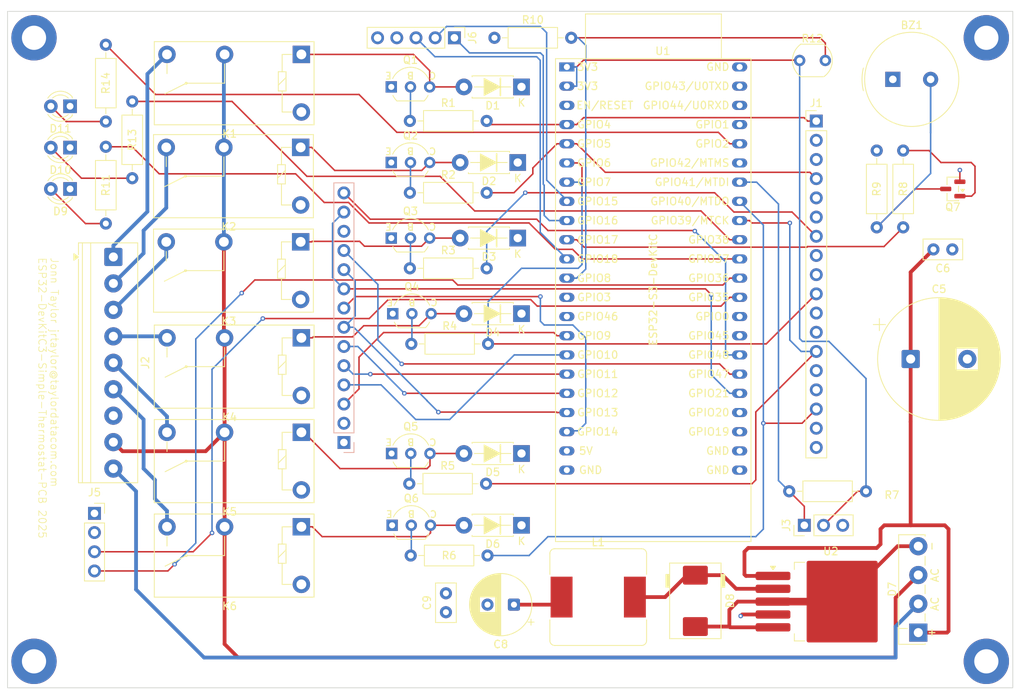
<source format=kicad_pcb>
(kicad_pcb (version 20241229) (generator "pcbnew") (generator_version "9.0")
  (layers (0 "F.Cu" signal) (4 "In1.Cu" power) (6 "In2.Cu" power) (2 "B.Cu" signal) (13 "F.Paste" user) (15 "B.Paste" user) (5 "F.SilkS" user "F.Silkscreen") (7 "B.SilkS" user "B.Silkscreen") (1 "F.Mask" user) (3 "B.Mask" user) (25 "Edge.Cuts" user))
  (net 0 "")
  (net 1 "GND")
  (net 2 "+5V")
  (net 3 "3.3V")
  (net 4 "MOSI_23")
  (net 5 "Net-(D7-+)")
  (net 6 "Net-(D1-A)")
  (net 7 "Net-(D2-A)")
  (net 8 "Net-(D3-A)")
  (net 9 "Net-(D4-A)")
  (net 10 "Net-(D5-A)")
  (net 11 "Net-(D6-A)")
  (net 12 "VAC-R")
  (net 13 "VAC-C")
  (net 14 "Net-(D8-K)")
  (net 16 "W2")
  (net 17 "W")
  (net 18 "PUMP")
  (net 19 "Y")
  (net 20 "G")
  (net 21 "Y2")
  (net 23 "Net-(Q1-B)")
  (net 24 "Net-(Q2-B)")
  (net 25 "Net-(Q3-B)")
  (net 26 "Net-(Q4-B)")
  (net 27 "Net-(Q5-B)")
  (net 28 "Net-(Q6-B)")
  (net 29 "Net-(BZ1-+)")
  (net 30 "Net-(D9-Pad2)")
  (net 31 "Net-(D10-Pad2)")
  (net 32 "Net-(D11-Pad2)")
  (net 33 "COOL_Y_6")
  (net 34 "FAN_G_4")
  (net 35 "HEAT{slash}REV_W2_7")
  (net 36 "COOL-STAGE2_Y2_39")
  (net 37 "HEAT_W_5")
  (net 38 "PUMP_40")
  (net 39 "DS18B20_41")
  (net 40 "MOSI_12")
  (net 41 "TOUCH_IRQ")
  (net 42 "DC_11")
  (net 43 "MISO_21")
  (net 44 "CS_9")
  (net 45 "SCK_13")
  (net 46 "TFT_LED")
  (net 47 "SCL")
  (net 48 "SDA")
  (net 49 "Net-(Q7-G)")
  (net 50 "BUZZER")
  (net 51 "LIGHT_SENS")
  (net 52 "LED_FAN")
  (net 53 "LED_HEAT")
  (net 54 "LED_COOL")
  (net 63 "TFT_REST")
  (net 64 "T_CS_47")
  (net 65 "LD_RX")
  (net 66 "LD_TX")
  (net 67 "MOTION")
  (footprint "Resistor_THT:R_Axial_DIN0207_L6.3mm_D2.5mm_P10.16mm_Horizontal" (layer "F.Cu") (at 34.5 56.08 90)
    (property "Reference" "R11")
    (property "Value" "1k")
  )
  (footprint "Connector_PinHeader_2.54mm:PinHeader_1x05_P2.54mm_Vertical" (layer "F.Cu") (at 80.62 31.5 -90)
    (property "Reference" "J6")
    (property "Value" "LD2410C")
  )
  (footprint "PCM_SL_Mechanical:MountingHole_3.2mm_Pad" (layer "F.Cu") (at 151 114)
    (property "Reference" "H3" (hide yes))
    (property "Value" "MountingHole_M3_3.2mm_Pad" (hide yes))
  )
  (footprint "Resistor_THT:R_Axial_DIN0207_L6.3mm_D2.5mm_P10.16mm_Horizontal" (layer "F.Cu") (at 85.92 31.5)
    (property "Reference" "R10")
    (property "Value" "10k")
  )
  (footprint "Relay_THT:Relay_SPST_Omron-G5Q-1A" (layer "F.Cu") (at 60.375 33.7 180)
    (property "Reference" "K1")
    (property "Value" "G5Q-1A")
  )
  (footprint "PCM_Package_TO_SOT_THT_AKL:TO-92_Inline_Wide_EBC" (layer "F.Cu") (at 72.27 58)
    (property "Reference" "Q3")
    (property "Value" "2N2222A-TO92" (hide yes))
  )
  (footprint "OptoDevice:R_LDR_5.1x4.3mm_P3.4mm_Vertical" (layer "F.Cu") (at 126.3 34.5)
    (property "Reference" "R12")
    (property "Value" "LDR07")
  )
  (footprint "Resistor_THT:R_Axial_DIN0207_L6.3mm_D2.5mm_P10.16mm_Horizontal" (layer "F.Cu") (at 140 56.58 90)
    (property "Reference" "R8")
    (property "Value" "1k")
  )
  (footprint "LED_THT:LED_D3.0mm" (layer "F.Cu") (at 29.77 46.03 180)
    (property "Reference" "D10")
    (property "Value" "HEAT")
  )
  (footprint "Package_TO_SOT_SMD:SOT-23" (layer "F.Cu") (at 146.5625 51.5 180)
    (property "Reference" "Q7")
    (property "Value" "2N7002")
  )
  (footprint "Relay_THT:Relay_SPST_Omron-G5Q-1A" (layer "F.Cu") (at 60.375 96.2 180)
    (property "Reference" "K6")
    (property "Value" "G5Q-1A")
  )
  (footprint "TerminalBlock_Phoenix:TerminalBlock_Phoenix_PT-1,5-9-3.5-H_1x09_P3.50mm_Horizontal" (layer "F.Cu") (at 35.5 60.5 -90)
    (property "Reference" "J2")
    (property "Value" "Screw_Terminal_9_P3.50mm" (hide yes))
  )
  (footprint "PCM_Diode_THT_AKL:D_DO-41_SOD81_P7.62mm_Horizontal" (layer "F.Cu") (at 89.5 68 180)
    (property "Reference" "D4")
    (property "Value" "1N4007" (hide yes))
  )
  (footprint "Connector_PinHeader_2.54mm:PinHeader_1x18_P2.54mm_Vertical" (layer "F.Cu") (at 128.5 42.52)
    (property "Reference" "J1")
    (property "Value" "PINHD_1x18_Male" (hide yes))
  )
  (footprint "PCM_SL_Mechanical:MountingHole_3.2mm_Pad" (layer "F.Cu") (at 25 114)
    (property "Reference" "H2" (hide yes))
    (property "Value" "MountingHole_M3_3.2mm_Pad" (hide yes))
  )
  (footprint "LED_THT:LED_D3.0mm" (layer "F.Cu") (at 29.77 40.56 180)
    (property "Reference" "D11")
    (property "Value" "COOL")
  )
  (footprint "Capacitor_THT:C_Disc_D5.0mm_W2.5mm_P2.50mm" (layer "F.Cu") (at 146.5 59.5 180)
    (property "Reference" "C6")
    (property "Value" "100nF_Ceramic")
  )
  (footprint "Resistor_THT:R_Axial_DIN0207_L6.3mm_D2.5mm_P10.16mm_Horizontal" (layer "F.Cu") (at 38 50.08 90)
    (property "Reference" "R13")
    (property "Value" "1k")
  )
  (footprint "Resistor_THT:R_Axial_DIN0207_L6.3mm_D2.5mm_P10.16mm_Horizontal" (layer "F.Cu") (at 124.92 91.5)
    (property "Reference" "R7")
    (property "Value" "4.7k")
  )
  (footprint "PCM_Package_TO_SOT_THT_AKL:TO-92_Inline_Wide_EBC" (layer "F.Cu") (at 72.46 68)
    (property "Reference" "Q4")
    (property "Value" "2N2222A-TO92" (hide yes))
  )
  (footprint "PCM_Diode_THT_AKL:D_DO-41_SOD81_P7.62mm_Horizontal" (layer "F.Cu") (at 89 58 180)
    (property "Reference" "D3")
    (property "Value" "1N4007" (hide yes))
  )
  (footprint "MountingHole:MountingHole_2.7mm_M2.5" (layer "F.Cu") (at 67 93 180)
    (property "Reference" "H6" (hide yes))
    (property "Value" "MountingHole" (hide yes))
  )
  (footprint "PCM_Diode_THT_AKL:D_DO-41_SOD81_P7.62mm_Horizontal" (layer "F.Cu") (at 89 48 180)
    (property "Reference" "D2")
    (property "Value" "1N4007" (hide yes))
  )
  (footprint "PCM_Package_TO_SOT_THT_AKL:TO-92_Inline_Wide_EBC" (layer "F.Cu") (at 72.31 86.5)
    (property "Reference" "Q5")
    (property "Value" "2N2222A-TO92" (hide yes))
  )
  (footprint "Relay_THT:Relay_SPST_Omron-G5Q-1A" (layer "F.Cu") (at 60.375 83.7 180)
    (property "Reference" "K5")
    (property "Value" "G5Q-1A")
  )
  (footprint "Resistor_THT:R_Axial_DIN0207_L6.3mm_D2.5mm_P10.16mm_Horizontal" (layer "F.Cu") (at 74.73 42.5)
    (property "Reference" "R1")
    (property "Value" "4.7k")
  )
  (footprint "MountingHole:MountingHole_2.7mm_M2.5" (layer "F.Cu") (at 67 44.1 180)
    (property "Reference" "H7" (hide yes))
    (property "Value" "MountingHole" (hide yes))
  )
  (footprint "PCM_Diode_THT_AKL:D_DO-41_SOD81_P7.62mm_Horizontal" (layer "F.Cu") (at 89.5 86.5 180)
    (property "Reference" "D5")
    (property "Value" "1N4007" (hide yes))
  )
  (footprint "Buzzer_Beeper:Buzzer_TDK_PS1240P02BT_D12.2mm_H6.5mm" (layer "F.Cu") (at 138.6292 37)
    (property "Reference" "BZ1")
    (property "Value" "Buzzer")
  )
  (footprint "Relay_THT:Relay_SPST_Omron-G5Q-1A" (layer "F.Cu") (at 60.28 46 180)
    (property "Reference" "K2")
    (property "Value" "G5Q-1A")
  )
  (footprint "Resistor_THT:R_Axial_DIN0207_L6.3mm_D2.5mm_P10.16mm_Horizontal" (layer "F.Cu") (at 74.84 100)
    (property "Reference" "R6")
    (property "Value" "4.7k" (hide yes))
  )
  (footprint "PCM_SL_Mechanical:MountingHole_3.2mm_Pad" (layer "F.Cu") (at 25 31.5)
    (property "Reference" "H1" (hide yes))
    (property "Value" "MountingHole_M3_3.2mm_Pad" (hide yes))
  )
  (footprint "Resistor_THT:R_Axial_DIN0207_L6.3mm_D2.5mm_P10.16mm_Horizontal" (layer "F.Cu") (at 74.65 90.5)
    (property "Reference" "R5")
    (property "Value" "4.7k")
  )
  (footprint "Resistor_THT:R_Axial_DIN0207_L6.3mm_D2.5mm_P10.16mm_Horizontal" (layer "F.Cu") (at 74.73 62)
    (property "Reference" "R3")
    (property "Value" "4.7k")
  )
  (footprint "Capacitor_THT:CP_Radial_D8.0mm_P3.50mm" (layer "F.Cu") (at 88.5 106.5 180)
    (property "Reference" "C8")
    (property "Value" "470uF_10V" (hide yes))
  )
  (footprint "PCM_Diode_THT_AKL:Diode_Bridge_KBP" (layer "F.Cu") (at 142 110.2 90)
    (property "Reference" "D7")
    (property "Value" "KBP210G" (hide yes))
  )
  (footprint "PCM_Espressif:ESP32-S3-DevKitC" (layer "F.Cu") (at 95.5 35.36)
    (property "Reference" "U1")
    (property "Value" "ESP32-S3-DevKitC")
  )
  (footprint "Package_TO_SOT_SMD:TO-263-5_TabPin3" (layer "F.Cu") (at 130.425 106.1)
    (property "Reference" "U2")
    (property "Value" "LM2596S-5" (hide yes))
  )
  (footprint "PCM_Package_TO_SOT_THT_AKL:TO-92_Inline_Wide_EBC" (layer "F.Cu") (at 72.27 38)
    (property "Reference" "Q1")
    (property "Value" "2N2222A-TO92" (hide yes))
  )
  (footprint "PCM_Diode_THT_AKL:D_DO-41_SOD81_P7.62mm_Horizontal" (layer "F.Cu") (at 89.5 38 180)
    (property "Reference" "D1")
    (property "Value" "1N4007" (hide yes))
  )
  (footprint "PCM_Package_TO_SOT_THT_AKL:TO-92_Inline_Wide_EBC" (layer "F.Cu") (at 72.38 96)
    (property "Reference" "Q6")
    (property "Value" "2N2222A-TO92" (hide yes))
  )
  (footprint "Connector_PinHeader_2.54mm:PinHeader_1x03_P2.54mm_Vertical" (layer "F.Cu") (at 126.92 96 90)
    (property "Reference" "J3")
    (property "Value" "DS18B20")
  )
  (footprint "Resistor_THT:R_Axial_DIN0207_L6.3mm_D2.5mm_P10.16mm_Horizontal" (layer "F.Cu") (at 136.5 56.58 90)
    (property "Reference" "R9")
    (property "Value" "10k")
  )
  (footprint "PCM_Diode_THT_AKL:D_DO-41_SOD81_P7.62mm_Horizontal" (layer "F.Cu") (at 89.5 96 180)
    (property "Reference" "D6")
    (property "Value" "1N4007" (hide yes))
  )
  (footprint "Resistor_THT:R_Axial_DIN0207_L6.3mm_D2.5mm_P10.16mm_Horizontal" (layer "F.Cu") (at 34.5 42.58 90)
    (property "Reference" "R14")
    (property "Value" "1k")
  )
  (footprint "Resistor_THT:R_Axial_DIN0207_L6.3mm_D2.5mm_P10.16mm_Horizontal" (layer "F.Cu") (at 74.73 52)
    (property "Reference" "R2")
    (property "Value" "4.7k")
  )
  (footprint "Connector_PinSocket_2.54mm:PinSocket_1x04_P2.54mm_Vertical" (layer "F.Cu") (at 33 94.42)
    (property "Reference" "J5")
    (property "Value" "AHT20 Board")
  )
  (footprint "Relay_THT:Relay_SPST_Omron-G5Q-1A" (layer "F.Cu") (at 60.375 71.2 180)
    (property "Reference" "K4")
    (property "Value" "G5Q-1A")
  )
  (footprint "Relay_THT:Relay_SPST_Omron-G5Q-1A" (layer "F.Cu") (at 60.28 58.5 180)
    (property "Reference" "K3")
    (property "Value" "G5Q-1A")
  )
  (footprint "MountingHole:MountingHole_2.7mm_M2.5" (layer "F.Cu") (at 150.11 93 180)
    (property "Reference" "H5" (hide yes))
    (property "Value" "MountingHole" (hide yes))
  )
  (footprint "Capacitor_THT:C_Disc_D5.0mm_W2.5mm_P2.50mm" (layer "F.Cu") (at 79.5 107.5 90)
    (property "Reference" "C9")
    (property "Value" "100nF_Ceramic" (hide yes))
  )
  (footprint "PCM_Package_TO_SOT_THT_AKL:TO-92_Inline_Wide_EBC" (layer "F.Cu") (at 72.27 48)
    (property "Reference" "Q2")
    (property "Value" "2N2222A-TO92" (hide yes))
  )
  (footprint "PCM_Diode_SMD_AKL:D_SMC" (layer "F.Cu") (at 112.5 106 -90)
    (property "Reference" "D8")
    (property "Value" "SS34" (hide yes))
  )
  (footprint "PCM_SL_Mechanical:MountingHole_3.2mm_Pad" (layer "F.Cu") (at 151 31.5)
    (property "Reference" "H4" (hide yes))
    (property "Value" "MountingHole_M3_3.2mm_Pad" (hide yes))
  )
  (footprint "Resistor_THT:R_Axial_DIN0207_L6.3mm_D2.5mm_P10.16mm_Horizontal" (layer "F.Cu") (at 74.92 72)
    (property "Reference" "R4")
    (property "Value" "4.7k")
  )
  (footprint "MountingHole:MountingHole_2.7mm_M2.5" (layer "F.Cu") (at 150.11 44.1 180)
    (property "Reference" "H8" (hide yes))
    (property "Value" "MountingHole" (hide yes))
  )
  (footprint "Inductor_SMD:L_Bourns_SRR1260" (layer "F.Cu") (at 99.65 105.5)
    (property "Reference" "L1")
    (property "Value" "12uH_5.2A_1260" (hide yes))
  )
  (footprint "Capacitor_THT:CP_Radial_D16.0mm_P7.50mm" (layer "F.Cu") (at 140.9872 74)
    (property "Reference" "C5")
    (property "Value" "1000uF_50V")
  )
  (footprint "LED_THT:LED_D3.0mm" (layer "F.Cu") (at 29.77 51.5 180)
    (property "Reference" "D9")
    (property "Value" "FAN")
  )
  (footprint "Connector_PinSocket_2.54mm:PinSocket_1x14_P2.54mm_Vertical" (layer "B.Cu") (at 66 85.04)
    (property "Reference" "J4" (hide yes))
    (property "Value" "3.2 lcd tft")
  )
  (gr_circle (center 25.5 113.918861) (end 24 113.418861) (stroke (width 0.1)) (fill no) (layer "F.Cu"))
  (gr_circle (center 151 31.918861) (end 149.5 31.418861) (stroke (width 0.1)) (fill no) (layer "F.Cu"))
  (gr_circle (center 151.5 113.918861) (end 150 113.418861) (stroke (width 0.1)) (fill no) (layer "F.Cu"))
  (gr_circle (center 24.918861 31.5) (end 23.418861 31) (stroke (width 0.1)) (fill no) (layer "F.Cu"))
  (gr_rect (start 21.5 28) (end 154.5 117.5) (stroke (width 0.1)) (fill no) (layer "Edge.Cuts"))
  (gr_text "Jonn Taylor jrtaylor@taylordatacom.com \nESP32-DevKitC3-Simple-Thermostat-PCB 2025" (at 25.5 60.5 270) (layer "F.SilkS") (effects (font (size 1 1) (thickness 0.1)) (justify left bottom)))
  (segment (start 118.1 106.1) (end 122.775 106.1) (width 0.5) (layer "F.Cu") (net 1))
  (segment (start 117 107.2) (end 118.1 106.1) (width 0.5) (layer "F.Cu") (net 1))
  (segment (start 117 109.4) (end 112.5 109.4) (width 0.5) (layer "F.Cu") (net 1))
  (segment (start 142 98.77) (end 139.255 98.77) (width 0.5) (layer "F.Cu") (net 1))
  (segment (start 117 109.4) (end 117.1 109.5) (width 0.2) (layer "F.Cu") (net 1))
  (segment (start 147.5 50.55) (end 147.5 49) (width 0.2) (layer "F.Cu") (net 1))
  (segment (start 117.1 109.5) (end 122.775 109.5) (width 0.5) (layer "F.Cu") (net 1))
  (segment (start 122.775 106.1) (end 131.925 106.1) (width 1) (layer "F.Cu") (net 1))
  (segment (start 139.255 98.77) (end 131.925 106.1) (width 0.5) (layer "F.Cu") (net 1))
  (segment (start 117 109.4) (end 117 107.2) (width 0.5) (layer "F.Cu") (net 1))
  (via (at 147.5 49) (size 0.6) (drill 0.3) (layers "F.Cu" "B.Cu") (net 1))
  (segment (start 88.5 106.5) (end 93.8 106.5) (width 0.5) (layer "F.Cu") (net 2))
  (segment (start 93.8 106.5) (end 94.8 105.5) (width 0.2) (layer "F.Cu") (net 2))
  (segment (start 118.7 107.8) (end 118.5 108) (width 0.2) (layer "F.Cu") (net 2))
  (segment (start 122.775 107.8) (end 118.7 107.8) (width 0.5) (layer "F.Cu") (net 2))
  (via (at 118.5 108) (size 0.6) (drill 0.3) (layers "F.Cu" "B.Cu") (net 2))
  (segment (start 133.96 91.5) (end 135.08 91.5) (width 0.2) (layer "F.Cu") (net 3))
  (segment (start 129.46 96) (end 133.96 91.5) (width 0.2) (layer "F.Cu") (net 3))
  (segment (start 97.7034 34.4583) (end 96.8017 35.36) (width 0.2) (layer "F.Cu") (net 3))
  (segment (start 126.3 34.5) (end 126.2583 34.4583) (width 0.2) (layer "F.Cu") (net 3))
  (segment (start 95.5 35.36) (end 96.8017 35.36) (width 0.2) (layer "F.Cu") (net 3))
  (segment (start 126.2583 34.4583) (end 97.7034 34.4583) (width 0.2) (layer "F.Cu") (net 3))
  (segment (start 95.5 37.9) (end 96.8017 37.9) (width 0.2) (layer "B.Cu") (net 3))
  (segment (start 135.08 91.5) (end 135.08 76.58) (width 0.2) (layer "B.Cu") (net 3))
  (segment (start 135.08 76.58) (end 130.1667 71.6667) (width 0.2) (layer "B.Cu") (net 3))
  (segment (start 96.8017 35.36) (end 96.8017 37.9) (width 0.2) (layer "B.Cu") (net 3))
  (segment (start 126.6667 71.6667) (end 126.3 71.3) (width 0.2) (layer "B.Cu") (net 3))
  (segment (start 130.1667 71.6667) (end 126.6667 71.6667) (width 0.2) (layer "B.Cu") (net 3))
  (segment (start 126.3 71.3) (end 126.3 34.5) (width 0.2) (layer "B.Cu") (net 3))
  (segment (start 95.5 35.36) (end 96.8017 35.36) (width 0.2) (layer "B.Cu") (net 3))
  (segment (start 119.2 102.7) (end 122.775 102.7) (width 0.5) (layer "F.Cu") (net 5))
  (segment (start 119 99.5) (end 119 102.5) (width 0.5) (layer "F.Cu") (net 5))
  (segment (start 145.8 110.2) (end 146 110) (width 0.5) (layer "F.Cu") (net 5))
  (segment (start 137 96.5) (end 137 98.5) (width 0.5) (layer "F.Cu") (net 5))
  (segment (start 140.987 82.3) (end 140.987 95.9872) (width 0.5) (layer "F.Cu") (net 5))
  (segment (start 146 110) (end 146 96.5) (width 0.5) (layer "F.Cu") (net 5))
  (segment (start 119 102.5) (end 119.2 102.7) (width 0.5) (layer "F.Cu") (net 5))
  (segment (start 119.5 99) (end 119 99.5) (width 0.5) (layer "F.Cu") (net 5))
  (segment (start 140.987 95.9872) (end 141 96) (width 0.2) (layer "F.Cu") (net 5))
  (segment (start 146 96.5) (end 145.5 96) (width 0.5) (layer "F.Cu") (net 5))
  (segment (start 141 96) (end 137.5 96) (width 0.5) (layer "F.Cu") (net 5))
  (segment (start 144 59.5) (end 140.987 62.5128) (width 0.5) (layer "F.Cu") (net 5))
  (segment (start 137 98.5) (end 136.5 99) (width 0.5) (layer "F.Cu") (net 5))
  (segment (start 140.9872 82.2998) (end 140.9872 74) (width 0.2) (layer "F.Cu") (net 5))
  (segment (start 136.5 99) (end 119.5 99) (width 0.5) (layer "F.Cu") (net 5))
  (segment (start 145.5 96) (end 141 96) (width 0.5) (layer "F.Cu") (net 5))
  (segment (start 137.5 96) (end 137 96.5) (width 0.5) (layer "F.Cu") (net 5))
  (segment (start 142 110.2) (end 145.8 110.2) (width 0.5) (layer "F.Cu") (net 5))
  (segment (start 140.987 82.3) (end 140.9872 82.2998) (width 0.2) (layer "F.Cu") (net 5))
  (segment (start 140.987 62.5128) (end 140.987 82.3) (width 0.5) (layer "F.Cu") (net 5))
  (segment (start 77.35 36) (end 77.35 38) (width 0.2) (layer "F.Cu") (net 6))
  (segment (start 60.375 33.7) (end 75.2 33.7) (width 0.2) (layer "F.Cu") (net 6))
  (segment (start 75.2 33.7) (end 77.35 35.85) (width 0.2) (layer "F.Cu") (net 6))
  (segment (start 77.35 35.85) (end 77.35 36) (width 0.2) (layer "F.Cu") (net 6))
  (segment (start 81.88 38) (end 77.35 38) (width 0.2) (layer "F.Cu") (net 6))
  (segment (start 77.35 48) (end 76.2983 49.0517) (width 0.2) (layer "F.Cu") (net 7))
  (segment (start 76.2983 49.0517) (end 64.7834 49.0517) (width 0.2) (layer "F.Cu") (net 7))
  (segment (start 60.28 46) (end 61.7317 46) (width 0.2) (layer "F.Cu") (net 7))
  (segment (start 64.7834 49.0517) (end 61.7317 46) (width 0.2) (layer "F.Cu") (net 7))
  (segment (start 77.85 48) (end 81.38 48) (width 0.2) (layer "F.Cu") (net 7))
  (segment (start 76.2742 59.0758) (end 68.7217 59.0758) (width 0.2) (layer "F.Cu") (net 8))
  (segment (start 68.0809 58.435) (end 61.7967 58.435) (width 0.2) (layer "F.Cu") (net 8))
  (segment (start 81.38 58) (end 77.35 58) (width 0.2) (layer "F.Cu") (net 8))
  (segment (start 68.7217 59.0758) (end 68.0809 58.435) (width 0.2) (layer "F.Cu") (net 8))
  (segment (start 61.7967 58.435) (end 61.7317 58.5) (width 0.2) (layer "F.Cu") (net 8))
  (segment (start 77.35 58) (end 76.2742 59.0758) (width 0.2) (layer "F.Cu") (net 8))
  (segment (start 60.28 58.5) (end 61.7317 58.5) (width 0.2) (layer "F.Cu") (net 8))
  (segment (start 61.9567 71.07) (end 67.1502 71.07) (width 0.2) (layer "F.Cu") (net 9))
  (segment (start 75.9473 69.5927) (end 77.54 68) (width 0.2) (layer "F.Cu") (net 9))
  (segment (start 68.6275 69.5927) (end 75.9473 69.5927) (width 0.2) (layer "F.Cu") (net 9))
  (segment (start 60.375 71.2) (end 61.8267 71.2) (width 0.2) (layer "F.Cu") (net 9))
  (segment (start 81.88 68) (end 77.54 68) (width 0.2) (layer "F.Cu") (net 9))
  (segment (start 61.8267 71.2) (end 61.9567 71.07) (width 0.2) (layer "F.Cu") (net 9))
  (segment (start 67.1502 71.07) (end 68.6275 69.5927) (width 0.2) (layer "F.Cu") (net 9))
  (segment (start 81.88 86.5) (end 77.39 86.5) (width 0.2) (layer "F.Cu") (net 10))
  (segment (start 77.39 88.11) (end 77.39 86.5) (width 0.2) (layer "F.Cu") (net 10))
  (segment (start 60.7 83.7) (end 60.375 83.7) (width 0.2) (layer "F.Cu") (net 10))
  (segment (start 65.5 88.5) (end 60.7 83.7) (width 0.2) (layer "F.Cu") (net 10))
  (segment (start 77 88.5) (end 65.5 88.5) (width 0.2) (layer "F.Cu") (net 10))
  (segment (start 77 88.5) (end 77.39 88.11) (width 0.2) (layer "F.Cu") (net 10))
  (segment (start 81.88 96) (end 77.46 96) (width 0.2) (layer "F.Cu") (net 11))
  (segment (start 77.46 97) (end 77.46 96) (width 0.2) (layer "F.Cu") (net 11))
  (segment (start 76.96 97.5) (end 77.46 97) (width 0.2) (layer "F.Cu") (net 11))
  (segment (start 60.375 96.2) (end 61.8267 96.2) (width 0.2) (layer "F.Cu") (net 11))
  (segment (start 63.1267 97.5) (end 76.96 97.5) (width 0.2) (layer "F.Cu") (net 11))
  (segment (start 61.8267 96.2) (end 63.1267 97.5) (width 0.2) (layer "F.Cu") (net 11))
  (segment (start 139 109.39) (end 142 106.39) (width 0.5) (layer "B.Cu") (net 12))
  (segment (start 47.5 113.5) (end 139 113.5) (width 0.5) (layer "B.Cu") (net 12))
  (segment (start 38.5 91.5) (end 38.5 104.5) (width 0.5) (layer "B.Cu") (net 12))
  (segment (start 35.5 88.5) (end 38.5 91.5) (width 0.5) (layer "B.Cu") (net 12))
  (segment (start 139 113.5) (end 139 109.39) (width 0.5) (layer "B.Cu") (net 12))
  (segment (start 38.5 104.5) (end 47.5 113.5) (width 0.5) (layer "B.Cu") (net 12))
  (segment (start 52 113.5) (end 139 113.5) (width 0.5) (layer "F.Cu") (net 13))
  (segment (start 50.215 96.2) (end 50.215 83.7) (width 0.5) (layer "F.Cu") (net 13))
  (segment (start 139 113.5) (end 139 105.58) (width 0.5) (layer "F.Cu") (net 13))
  (segment (start 50.215 70.215) (end 50.12 70.12) (width 0.5) (layer "F.Cu") (net 13))
  (segment (start 35.5 85) (end 36.7 86.2) (width 0.5) (layer "F.Cu") (net 13))
  (segment (start 50.215 71.2) (end 50.215 70.215) (width 0.5) (layer "F.Cu") (net 13))
  (segment (start 139 105.58) (end 142 102.58) (width 0.5) (layer "F.Cu") (net 13))
  (segment (start 50.215 83.7) (end 50.215 71.2) (width 0.5) (layer "F.Cu") (net 13))
  (segment (start 36.7 86.2) (end 47.715 86.2) (width 0.5) (layer "F.Cu") (net 13))
  (segment (start 50.215 96.2) (end 50.215 111.715) (width 0.5) (layer "F.Cu") (net 13))
  (segment (start 50.215 111.715) (end 52 113.5) (width 0.5) (layer "F.Cu") (net 13))
  (segment (start 47.715 86.2) (end 50.215 83.7) (width 0.5) (layer "F.Cu") (net 13))
  (segment (start 50.12 70.12) (end 50.12 58.5) (width 0.5) (layer "F.Cu") (net 13))
  (segment (start 50.12 58.5) (end 50.12 46) (width 0.5) (layer "B.Cu") (net 13))
  (segment (start 50.12 46) (end 50.12 33.795) (width 0.5) (layer "B.Cu") (net 13))
  (segment (start 50.12 33.795) (end 50.215 33.7) (width 0.5) (layer "B.Cu") (net 13))
  (segment (start 122.775 104.4) (end 117.9 104.4) (width 0.5) (layer "F.Cu") (net 14))
  (segment (start 108.5 105.5) (end 104.5 105.5) (width 0.5) (layer "F.Cu") (net 14))
  (segment (start 116.1 102.6) (end 112.5 102.6) (width 0.5) (layer "F.Cu") (net 14))
  (segment (start 112.5 102.6) (end 111.4 102.6) (width 0.2) (layer "F.Cu") (net 14))
  (segment (start 111.4 102.6) (end 108.5 105.5) (width 0.5) (layer "F.Cu") (net 14))
  (segment (start 117.9 104.4) (end 116.1 102.6) (width 0.5) (layer "F.Cu") (net 14))
  (segment (start 42.395 71) (end 42.595 71.2) (width 0.5) (layer "F.Cu") (net 16))
  (segment (start 35.5 71) (end 42.395 71) (width 0.5) (layer "B.Cu") (net 16))
  (segment (start 35.5 64) (end 39.5 60) (width 0.5) (layer "B.Cu") (net 17))
  (segment (start 42.5 54) (end 42.5 46) (width 0.5) (layer "B.Cu") (net 17))
  (segment (start 39.5 57) (end 42.5 54) (width 0.5) (layer "B.Cu") (net 17))
  (segment (start 39.5 60) (end 39.5 57) (width 0.5) (layer "B.Cu") (net 17))
  (segment (start 35.5 78) (end 39.5 82) (width 0.5) (layer "B.Cu") (net 18))
  (segment (start 39.5 82) (end 39.5 88.5) (width 0.5) (layer "B.Cu") (net 18))
  (segment (start 41 92.5) (end 42.595 94.095) (width 0.5) (layer "B.Cu") (net 18))
  (segment (start 39.5 88.5) (end 41 90) (width 0.5) (layer "B.Cu") (net 18))
  (segment (start 42.595 94.095) (end 42.595 96.2) (width 0.5) (layer "B.Cu") (net 18))
  (segment (start 41 90) (end 41 92.5) (width 0.5) (layer "B.Cu") (net 18))
  (segment (start 35.5 67.5) (end 42.5 60.5) (width 0.5) (layer "B.Cu") (net 19))
  (segment (start 42.5 60.5) (end 42.5 58.5) (width 0.5) (layer "B.Cu") (net 19))
  (segment (start 35.5 59) (end 40 54.5) (width 0.5) (layer "B.Cu") (net 20))
  (segment (start 35.5 60.5) (end 35.5 59) (width 0.5) (layer "B.Cu") (net 20))
  (segment (start 40 36.295) (end 42.595 33.7) (width 0.5) (layer "B.Cu") (net 20))
  (segment (start 40 54.5) (end 40 36.295) (width 0.5) (layer "B.Cu") (net 20))
  (segment (start 42.595 81.595) (end 42.595 83.7) (width 0.5) (layer "B.Cu") (net 21))
  (segment (start 35.5 74.5) (end 42.595 81.595) (width 0.5) (layer "B.Cu") (net 21))
  (segment (start 74.81 42.42) (end 74.73 42.5) (width 0.2) (layer "B.Cu") (net 23))
  (segment (start 74.81 38) (end 74.81 42.42) (width 0.2) (layer "B.Cu") (net 23))
  (segment (start 74.81 51.92) (end 74.81 48) (width 0.2) (layer "B.Cu") (net 24))
  (segment (start 74.73 52) (end 74.81 51.92) (width 0.2) (layer "B.Cu") (net 24))
  (segment (start 74.81 61.92) (end 74.81 58) (width 0.2) (layer "B.Cu") (net 25))
  (segment (start 74.73 62) (end 74.81 61.92) (width 0.2) (layer "B.Cu") (net 25))
  (segment (start 74.92 72) (end 75 71.92) (width 0.2) (layer "B.Cu") (net 26))
  (segment (start 75 71.92) (end 75 68) (width 0.2) (layer "B.Cu") (net 26))
  (segment (start 74.85 90.3) (end 74.85 86.5) (width 0.2) (layer "B.Cu") (net 27))
  (segment (start 74.65 90.5) (end 74.85 90.3) (width 0.2) (layer "B.Cu") (net 27))
  (segment (start 74.92 99.92) (end 74.92 96) (width 0.2) (layer "B.Cu") (net 28))
  (segment (start 74.84 100) (end 74.92 99.92) (width 0.2) (layer "B.Cu") (net 28))
  (segment (start 145.625 51.5) (end 141.58 51.5) (width 0.2) (layer "F.Cu") (net 29))
  (segment (start 141.58 51.5) (end 136.5 56.58) (width 0.2) (layer "F.Cu") (net 29))
  (segment (start 143.629 44.0638) (end 143.629 49.4508) (width 0.2) (layer "B.Cu") (net 29))
  (segment (start 143.6292 37) (end 143.6292 44.0636) (width 0.2) (layer "B.Cu") (net 29))
  (segment (start 143.629 49.4508) (end 136.5 56.58) (width 0.2) (layer "B.Cu") (net 29))
  (segment (start 143.629 37) (end 143.629 44.0638) (width 0.2) (layer "B.Cu") (net 29))
  (segment (start 143.6292 44.0636) (end 143.629 44.0638) (width 0.2) (layer "B.Cu") (net 29))
  (segment (start 27.23 51.5) (end 31.81 56.08) (width 0.2) (layer "F.Cu") (net 30))
  (segment (start 31.81 56.08) (end 34.5 56.08) (width 0.2) (layer "F.Cu") (net 30))
  (segment (start 31.28 50.08) (end 27.23 46.03) (width 0.2) (layer "F.Cu") (net 31))
  (segment (start 38 50.08) (end 31.28 50.08) (width 0.2) (layer "F.Cu") (net 31))
  (segment (start 29.25 42.58) (end 27.23 40.56) (width 0.2) (layer "F.Cu") (net 32))
  (segment (start 34.5 42.58) (end 29.25 42.58) (width 0.2) (layer "F.Cu") (net 32))
  (segment (start 97.5 52) (end 97.5 48.5) (width 0.2) (layer "F.Cu") (net 33))
  (segment (start 90 52) (end 115.05 52) (width 0.2) (layer "F.Cu") (net 33))
  (segment (start 97.06 48.06) (end 95.5 48.06) (width 0.2) (layer "F.Cu") (net 33))
  (segment (start 125.2915 54.5515) (end 128.5 57.76) (width 0.2) (layer "F.Cu") (net 33))
  (segment (start 97.5 48.5) (end 97.06 48.06) (width 0.2) (layer "F.Cu") (net 33))
  (segment (start 117.6015 54.5515) (end 125.2915 54.5515) (width 0.2) (layer "F.Cu") (net 33))
  (segment (start 115.05 52) (end 117.6015 54.5515) (width 0.2) (layer "F.Cu") (net 33))
  (via (at 90 52) (size 0.6) (drill 0.3) (layers "F.Cu" "B.Cu") (net 33))
  (segment (start 84.89 57.11) (end 84.89 62) (width 0.2) (layer "B.Cu") (net 33))
  (segment (start 90 52) (end 84.89 57.11) (width 0.2) (layer "B.Cu") (net 33))
  (segment (start 95.5 42.98) (end 96.8017 42.98) (width 0.2) (layer "F.Cu") (net 34))
  (segment (start 97.7172 42.0645) (end 96.8017 42.98) (width 0.2) (layer "F.Cu") (net 34))
  (segment (start 126.8928 42.0645) (end 97.7172 42.0645) (width 0.2) (layer "F.Cu") (net 34))
  (segment (start 95.5 42.98) (end 85.37 42.98) (width 0.2) (layer "F.Cu") (net 34))
  (segment (start 85.37 42.98) (end 84.89 42.5) (width 0.2) (layer "F.Cu") (net 34))
  (segment (start 128.5 42.52) (end 127.3483 42.52) (width 0.2) (layer "F.Cu") (net 34))
  (segment (start 127.3483 42.52) (end 126.8928 42.0645) (width 0.2) (layer "F.Cu") (net 34))
  (segment (start 128.5 65.38) (end 121.88 72) (width 0.2) (layer "F.Cu") (net 35))
  (segment (start 121.88 72) (end 85.08 72) (width 0.2) (layer "F.Cu") (net 35))
  (segment (start 97.5 61.5) (end 97 62) (width 0.2) (layer "B.Cu") (net 35))
  (segment (start 85.08 66.42) (end 85.08 72) (width 0.2) (layer "B.Cu") (net 35))
  (segment (start 97.5 51) (end 97.5 61.5) (width 0.2) (layer "B.Cu") (net 35))
  (segment (start 97 62) (end 89.5 62) (width 0.2) (layer "B.Cu") (net 35))
  (segment (start 89.5 62) (end 85.08 66.42) (width 0.2) (layer "B.Cu") (net 35))
  (segment (start 97.1 50.6) (end 97.5 51) (width 0.2) (layer "B.Cu") (net 35))
  (segment (start 95.5 50.6) (end 97.1 50.6) (width 0.2) (layer "B.Cu") (net 35))
  (segment (start 84.81 90.5) (end 120 90.5) (width 0.2) (layer "F.Cu") (net 36))
  (segment (start 119.9817 56) (end 119.6617 55.68) (width 0.2) (layer "F.Cu") (net 36))
  (segment (start 125 56) (end 119.9817 56) (width 0.2) (layer "F.Cu") (net 36))
  (segment (start 120.5 81) (end 128.5 73) (width 0.2) (layer "F.Cu") (net 36))
  (segment (start 119.6617 55.68) (end 118.36 55.68) (width 0.2) (layer "F.Cu") (net 36))
  (segment (start 120 90.5) (end 120.5 90) (width 0.2) (layer "F.Cu") (net 36))
  (segment (start 120.5 90) (end 120.5 81) (width 0.2) (layer "F.Cu") (net 36))
  (via (at 125 56) (size 0.6) (drill 0.3) (layers "F.Cu" "B.Cu") (net 36))
  (segment (start 125 71.5) (end 126.5 73) (width 0.2) (layer "B.Cu") (net 36))
  (segment (start 126.5 73) (end 128.5 73) (width 0.2) (layer "B.Cu") (net 36))
  (segment (start 125 56) (end 125 71.5) (width 0.2) (layer "B.Cu") (net 36))
  (segment (start 128.5 50.14) (end 127.6581 49.2981) (width 0.2) (layer "F.Cu") (net 37))
  (segment (start 88.5 52) (end 91 49.5) (width 0.2) (layer "F.Cu") (net 37))
  (segment (start 91 48.7183) (end 94.1983 45.52) (width 0.2) (layer "F.Cu") (net 37))
  (segment (start 91 49.5) (end 91 48.7183) (width 0.2) (layer "F.Cu") (net 37))
  (segment (start 127.6581 49.2981) (end 100.5798 49.2981) (width 0.2) (layer "F.Cu") (net 37))
  (segment (start 84.89 52) (end 88.5 52) (width 0.2) (layer "F.Cu") (net 37))
  (segment (start 95.5 45.52) (end 96.8017 45.52) (width 0.2) (layer "F.Cu") (net 37))
  (segment (start 94.1983 45.52) (end 95.5 45.52) (width 0.2) (layer "F.Cu") (net 37))
  (segment (start 100.5798 49.2981) (end 96.8017 45.52) (width 0.2) (layer "F.Cu") (net 37))
  (segment (start 126.62 82.5) (end 128.5 80.62) (width 0.2) (layer "F.Cu") (net 38))
  (segment (start 121.5 82.5) (end 126.62 82.5) (width 0.2) (layer "F.Cu") (net 38))
  (via (at 121.5 82.5) (size 0.6) (drill 0.3) (layers "F.Cu" "B.Cu") (net 38))
  (segment (start 120.5 97.5) (end 93 97.5) (width 0.2) (layer "B.Cu") (net 38))
  (segment (start 121.5 96.5) (end 120.5 97.5) (width 0.2) (layer "B.Cu") (net 38))
  (segment (start 121.5 56.28) (end 121.5 82.5) (width 0.2) (layer "B.Cu") (net 38))
  (segment (start 118.36 53.14) (end 121.5 56.28) (width 0.2) (layer "B.Cu") (net 38))
  (segment (start 93 97.5) (end 90.5 100) (width 0.2) (layer "B.Cu") (net 38))
  (segment (start 121.5 82.5) (end 121.5 96.5) (width 0.2) (layer "B.Cu") (net 38))
  (segment (start 90.5 100) (end 85 100) (width 0.2) (layer "B.Cu") (net 38))
  (segment (start 126.92 93.5) (end 124.92 91.5) (width 0.2) (layer "F.Cu") (net 39))
  (segment (start 126.92 96) (end 126.92 93.5) (width 0.2) (layer "F.Cu") (net 39))
  (segment (start 123.5 53.5) (end 123.5 90.08) (width 0.2) (layer "B.Cu") (net 39))
  (segment (start 123.5 90.08) (end 124.92 91.5) (width 0.2) (layer "B.Cu") (net 39))
  (segment (start 120.6 50.6) (end 123.5 53.5) (width 0.2) (layer "B.Cu") (net 39))
  (segment (start 118.36 50.6) (end 120.6 50.6) (width 0.2) (layer "B.Cu") (net 39))
  (segment (start 74 78.54) (end 95.5 78.54) (width 0.2) (layer "F.Cu") (net 40))
  (via (at 74 78.54) (size 0.6) (drill 0.3) (layers "F.Cu" "B.Cu") (net 40))
  (segment (start 74 78.54) (end 71.5 76.04) (width 0.2) (layer "B.Cu") (net 40))
  (segment (start 67.84 72.34) (end 66 72.34) (width 0.2) (layer "B.Cu") (net 40))
  (segment (start 71.5 76.04) (end 71.5 76) (width 0.2) (layer "B.Cu") (net 40))
  (segment (start 71.5 76) (end 67.84 72.34) (width 0.2) (layer "B.Cu") (net 40))
  (segment (start 112.43 57.07) (end 112.36 57) (width 0.2) (layer "F.Cu") (net 41))
  (segment (start 93 57) (end 91.5 55.5) (width 0.2) (layer "F.Cu") (net 41))
  (segment (start 112.36 57) (end 93 57) (width 0.2) (layer "F.Cu") (net 41))
  (segment (start 69.48 55.5) (end 66 52.02) (width 0.2) (layer "F.Cu") (net 41))
  (segment (start 91.5 55.5) (end 69.48 55.5) (width 0.2) (layer "F.Cu") (net 41))
  (via (at 112.43 57.07) (size 0.6) (drill 0.3) (layers "F.Cu" "B.Cu") (net 41))
  (segment (start 112.43 57.07) (end 116.5 61.14) (width 0.2) (layer "B.Cu") (net 41))
  (segment (start 116.5 61.14) (end 116.5 73.46) (width 0.2) (layer "B.Cu") (net 41))
  (segment (start 116.5 73.46) (end 118.36 73.46) (width 0.2) (layer "B.Cu") (net 41))
  (segment (start 69.5 76) (end 95.5 76) (width 0.2) (layer "F.Cu") (net 42))
  (via (at 69.5 76) (size 0.6) (drill 0.3) (layers "F.Cu" "B.Cu") (net 42))
  (segment (start 67.2307 76) (end 66.1107 74.88) (width 0.2) (layer "B.Cu") (net 42))
  (segment (start 66.1107 74.88) (end 66 74.88) (width 0.2) (layer "B.Cu") (net 42))
  (segment (start 69.5 76) (end 67.2307 76) (width 0.2) (layer "B.Cu") (net 42))
  (segment (start 113.842 64.72) (end 114.6045 65.4825) (width 0.2) (layer "F.Cu") (net 43))
  (segment (start 66 64.72) (end 113.842 64.72) (width 0.2) (layer "F.Cu") (net 43))
  (via (at 114.6045 65.4825) (size 0.6) (drill 0.3) (layers "F.Cu" "B.Cu") (net 43))
  (segment (start 118.36 78.54) (end 117.0583 78.54) (width 0.2) (layer "B.Cu") (net 43))
  (segment (start 66 54.56) (end 64.5 56.06) (width 0.2) (layer "B.Cu") (net 43))
  (segment (start 64.5 63.22) (end 66 64.72) (width 0.2) (layer "B.Cu") (net 43))
  (segment (start 114.6045 76.0862) (end 117.0583 78.54) (width 0.2) (layer "B.Cu") (net 43))
  (segment (start 114.6045 65.4825) (end 114.6045 76.0862) (width 0.2) (layer "B.Cu") (net 43))
  (segment (start 64.5 56.06) (end 64.5 63.22) (width 0.2) (layer "B.Cu") (net 43))
  (segment (start 68.14 73.61) (end 68 73.75) (width 0.2) (layer "F.Cu") (net 44))
  (segment (start 93.7783 70.5) (end 71.25 70.5) (width 0.2) (layer "F.Cu") (net 44))
  (segment (start 71.25 70.5) (end 68.14 73.61) (width 0.2) (layer "F.Cu") (net 44))
  (segment (start 68 73.75) (end 68 77.96) (width 0.2) (layer "F.Cu") (net 44))
  (segment (start 95.5 70.92) (end 94.1983 70.92) (width 0.2) (layer "F.Cu") (net 44))
  (segment (start 68 77.96) (end 66 79.96) (width 0.2) (layer "F.Cu") (net 44))
  (segment (start 94.1983 70.92) (end 93.7783 70.5) (width 0.2) (layer "F.Cu") (net 44))
  (segment (start 78.5 81.0225) (end 94.1408 81.0225) (width 0.2) (layer "F.Cu") (net 45))
  (segment (start 94.1983 81.08) (end 95.5 81.08) (width 0.2) (layer "F.Cu") (net 45))
  (segment (start 94.1408 81.0225) (end 94.1983 81.08) (width 0.2) (layer "F.Cu") (net 45))
  (via (at 78.5 81.0225) (size 0.6) (drill 0.3) (layers "F.Cu" "B.Cu") (net 45))
  (segment (start 66 62.18) (end 67.5 63.68) (width 0.2) (layer "B.Cu") (net 45))
  (segment (start 67.5 63.68) (end 67.5 68.3) (width 0.2) (layer "B.Cu") (net 45))
  (segment (start 77 79.5225) (end 77 79.5) (width 0.2) (layer "B.Cu") (net 45))
  (segment (start 67.3 69.8) (end 66 69.8) (width 0.2) (layer "B.Cu") (net 45))
  (segment (start 67.5 68.3) (end 66 69.8) (width 0.2) (layer "B.Cu") (net 45))
  (segment (start 78.5 81.0225) (end 77 79.5225) (width 0.2) (layer "B.Cu") (net 45))
  (segment (start 77 79.5) (end 67.3 69.8) (width 0.2) (layer "B.Cu") (net 45))
  (segment (start 92 65.7378) (end 67.5222 65.7378) (width 0.2) (layer "F.Cu") (net 46))
  (segment (start 67.5222 65.7378) (end 66 67.26) (width 0.2) (layer "F.Cu") (net 46))
  (via (at 92 65.7378) (size 0.6) (drill 0.3) (layers "F.Cu" "B.Cu") (net 46))
  (segment (start 95.379 83.5) (end 95.4963 83.6173) (width 0.2) (layer "B.Cu") (net 46))
  (segment (start 98 71.2078) (end 98 82.5) (width 0.2) (layer "B.Cu") (net 46))
  (segment (start 92.5 69.5) (end 96.2922 69.5) (width 0.2) (layer "B.Cu") (net 46))
  (segment (start 96.2922 69.5) (end 98 71.2078) (width 0.2) (layer "B.Cu") (net 46))
  (segment (start 97 83.5) (end 95.379 83.5) (width 0.2) (layer "B.Cu") (net 46))
  (segment (start 92 65.7378) (end 92 69) (width 0.2) (layer "B.Cu") (net 46))
  (segment (start 92 69) (end 92.5 69.5) (width 0.2) (layer "B.Cu") (net 46))
  (segment (start 98 82.5) (end 97 83.5) (width 0.2) (layer "B.Cu") (net 46))
  (segment (start 117.0583 65.84) (end 118.36 65.84) (width 0.2) (layer "F.Cu") (net 47))
  (segment (start 71.8612 66.1388) (end 90.7188 66.1388) (width 0.2) (layer "F.Cu") (net 47))
  (segment (start 90.7188 66.1388) (end 91.58 67) (width 0.2) (layer "F.Cu") (net 47))
  (segment (start 48.5525 97.01) (end 46.0625 99.5) (width 0.2) (layer "F.Cu") (net 47))
  (segment (start 69.3539 68.6461) (end 71.8612 66.1388) (width 0.2) (layer "F.Cu") (net 47))
  (segment (start 91.58 67) (end 115.8983 67) (width 0.2) (layer "F.Cu") (net 47))
  (segment (start 55.2714 68.6461) (end 69.3539 68.6461) (width 0.2) (layer "F.Cu") (net 47))
  (segment (start 115.8983 67) (end 117.0583 65.84) (width 0.2) (layer "F.Cu") (net 47))
  (segment (start 46.0625 99.5) (end 33 99.5) (width 0.2) (layer "F.Cu") (net 47))
  (via (at 55.2714 68.6461) (size 0.6) (drill 0.3) (layers "F.Cu" "B.Cu") (net 47))
  (via (at 48.5525 97.01) (size 0.6) (drill 0.3) (layers "F.Cu" "B.Cu") (net 47))
  (segment (start 55.2714 68.6461) (end 48.5525 75.365) (width 0.2) (layer "B.Cu") (net 47))
  (segment (start 48.5525 75.365) (end 48.5525 97.01) (width 0.2) (layer "B.Cu") (net 47))
  (segment (start 118.36 63.3) (end 117.0583 63.3) (width 0.2) (layer "F.Cu") (net 48))
  (segment (start 116.1489 64.2094) (end 81.0589 64.2094) (width 0.2) (layer "F.Cu") (net 48))
  (segment (start 33 102.04) (end 42.715 102.04) (width 0.2) (layer "F.Cu") (net 48))
  (segment (start 42.715 102.04) (end 43.6 101.155) (width 0.2) (layer "F.Cu") (net 48))
  (segment (start 81.0589 64.2094) (end 80.3944 63.5449) (width 0.2) (layer "F.Cu") (net 48))
  (segment (start 117.0583 63.3) (end 116.1489 64.2094) (width 0.2) (layer "F.Cu") (net 48))
  (segment (start 80.3944 63.5449) (end 54.2101 63.5449) (width 0.2) (layer "F.Cu") (net 48))
  (segment (start 54.2101 63.5449) (end 52.48 65.275) (width 0.2) (layer "F.Cu") (net 48))
  (via (at 43.6 101.155) (size 0.6) (drill 0.3) (layers "F.Cu" "B.Cu") (net 48))
  (via (at 52.48 65.275) (size 0.6) (drill 0.3) (layers "F.Cu" "B.Cu") (net 48))
  (segment (start 43.6 101.155) (end 46.405 98.35) (width 0.2) (layer "B.Cu") (net 48))
  (segment (start 46.405 98.35) (end 46.405 71.35) (width 0.2) (layer "B.Cu") (net 48))
  (segment (start 46.405 71.35) (end 52.48 65.275) (width 0.2) (layer "B.Cu") (net 48))
  (segment (start 143.42 46.42) (end 140 46.42) (width 0.2) (layer "F.Cu") (net 49))
  (segment (start 149 48) (end 145 48) (width 0.2) (layer "F.Cu") (net 49))
  (segment (start 149.05 52.45) (end 149.5 52) (width 0.2) (layer "F.Cu") (net 49))
  (segment (start 147.5 52.45) (end 149.05 52.45) (width 0.2) (layer "F.Cu") (net 49))
  (segment (start 145 48) (end 143.42 46.42) (width 0.2) (layer "F.Cu") (net 49))
  (segment (start 149.5 52) (end 149.5 48.5) (width 0.2) (layer "F.Cu") (net 49))
  (segment (start 149.5 48.5) (end 149 48) (width 0.2) (layer "F.Cu") (net 49))
  (segment (start 95.5 58.22) (end 96.8017 58.22) (width 0.2) (layer "F.Cu") (net 50))
  (segment (start 127.3498 59.1202) (end 127.2687 59.2013) (width 0.2) (layer "F.Cu") (net 50))
  (segment (start 137.4598 59.1202) (end 127.3498 59.1202) (width 0.2) (layer "F.Cu") (net 50))
  (segment (start 97.783 59.2013) (end 96.8017 58.22) (width 0.2) (layer "F.Cu") (net 50))
  (segment (start 140 56.58) (end 137.4598 59.1202) (width 0.2) (layer "F.Cu") (net 50))
  (segment (start 127.2687 59.2013) (end 97.783 59.2013) (width 0.2) (layer "F.Cu") (net 50))
  (segment (start 96.08 31.5) (end 129 31.5) (width 0.2) (layer "F.Cu") (net 51))
  (segment (start 129 31.5) (end 129.7 32.2) (width 0.2) (layer "F.Cu") (net 51))
  (segment (start 129.7 32.2) (end 129.7 34.5) (width 0.2) (layer "F.Cu") (net 51))
  (segment (start 98 32.5) (end 97 31.5) (width 0.2) (layer "B.Cu") (net 51))
  (segment (start 97 31.5) (end 96.08 31.5) (width 0.2) (layer "B.Cu") (net 51))
  (segment (start 96.8017 63.3) (end 98 62.1017) (width 0.2) (layer "B.Cu") (net 51))
  (segment (start 95.5 63.3) (end 96.8017 63.3) (width 0.2) (layer "B.Cu") (net 51))
  (segment (start 98 62.1017) (end 98 32.5) (width 0.2) (layer "B.Cu") (net 51))
  (segment (start 93.99 59.49) (end 90.5 56) (width 0.2) (layer "F.Cu") (net 52))
  (segment (start 97.53 60.76) (end 96.26 59.49) (width 0.2) (layer "F.Cu") (net 52))
  (segment (start 69.3273 56) (end 66.6173 53.29) (width 0.2) (layer "F.Cu") (net 52))
  (segment (start 41.57 49.5) (end 37.99 45.92) (width 0.2) (layer "F.Cu") (net 52))
  (segment (start 96.26 59.49) (end 93.99 59.49) (width 0.2) (layer "F.Cu") (net 52))
  (segment (start 37.99 45.92) (end 34.5 45.92) (width 0.2) (layer "F.Cu") (net 52))
  (segment (start 118.36 60.76) (end 97.53 60.76) (width 0.2) (layer "F.Cu") (net 52))
  (segment (start 63.4022 53.29) (end 59.6122 49.5) (width 0.2) (layer "F.Cu") (net 52))
  (segment (start 59.6122 49.5) (end 41.57 49.5) (width 0.2) (layer "F.Cu") (net 52))
  (segment (start 66.6173 53.29) (end 63.4022 53.29) (width 0.2) (layer "F.Cu") (net 52))
  (segment (start 90.5 56) (end 69.3273 56) (width 0.2) (layer "F.Cu") (net 52))
  (segment (start 83.3087 54.4115) (end 113.2498 54.4115) (width 0.2) (layer "F.Cu") (net 53))
  (segment (start 113.2498 54.4115) (end 117.0583 58.22) (width 0.2) (layer "F.Cu") (net 53))
  (segment (start 117.0583 58.22) (end 118.36 58.22) (width 0.2) (layer "F.Cu") (net 53))
  (segment (start 61.11005 49.8334) (end 78.7306 49.8334) (width 0.2) (layer "F.Cu") (net 53))
  (segment (start 78.7306 49.8334) (end 83.3087 54.4115) (width 0.2) (layer "F.Cu") (net 53))
  (segment (start 51.19665 39.92) (end 61.11005 49.8334) (width 0.2) (layer "F.Cu") (net 53))
  (segment (start 38 39.92) (end 51.19665 39.92) (width 0.2) (layer "F.Cu") (net 53))
  (segment (start 41.08 39) (end 68 39) (width 0.2) (layer "F.Cu") (net 54))
  (segment (start 34.5 32.42) (end 41.08 39) (width 0.2) (layer "F.Cu") (net 54))
  (segment (start 73.0111 44.0111) (end 115.5494 44.0111) (width 0.2) (layer "F.Cu") (net 54))
  (segment (start 115.5494 44.0111) (end 117.0583 45.52) (width 0.2) (layer "F.Cu") (net 54))
  (segment (start 68 39) (end 73.0111 44.0111) (width 0.2) (layer "F.Cu") (net 54))
  (segment (start 117.0583 45.52) (end 118.36 45.52) (width 0.2) (layer "F.Cu") (net 54))
  (segment (start 66 77.3713) (end 66 77.42) (width 0.2) (layer "F.Cu") (net 63))
  (segment (start 95.5 73.46) (end 88.54 73.46) (width 0.2) (layer "B.Cu") (net 63))
  (segment (start 80 82) (end 75.5 82) (width 0.2) (layer "B.Cu") (net 63))
  (segment (start 88.54 73.46) (end 80 82) (width 0.2) (layer "B.Cu") (net 63))
  (segment (start 75.5 82) (end 70.92 77.42) (width 0.2) (layer "B.Cu") (net 63))
  (segment (start 70.92 77.42) (end 66 77.42) (width 0.2) (layer "B.Cu") (net 63))
  (segment (start 117.0583 76) (end 118.36 76) (width 0.2) (layer "F.Cu") (net 64))
  (segment (start 73.65 74.65) (end 115.7083 74.65) (width 0.2) (layer "F.Cu") (net 64))
  (segment (start 115.7083 74.65) (end 117.0583 76) (width 0.2) (layer "F.Cu") (net 64))
  (via (at 73.65 74.65) (size 0.6) (drill 0.3) (layers "F.Cu" "B.Cu") (net 64))
  (segment (start 70.5 71.5) (end 70.5 64.14) (width 0.2) (layer "B.Cu") (net 64))
  (segment (start 73.65 74.65) (end 70.5 71.5) (width 0.2) (layer "B.Cu") (net 64))
  (segment (start 70.5 64.14) (end 66 59.64) (width 0.2) (layer "B.Cu") (net 64))
  (segment (start 92.8238 30.8238) (end 92.8238 50.3238) (width 0.2) (layer "B.Cu") (net 65))
  (segment (start 79.58 30) (end 92 30) (width 0.2) (layer "B.Cu") (net 65))
  (segment (start 78.08 31.5) (end 79.58 30) (width 0.2) (layer "B.Cu") (net 65))
  (segment (start 92.8238 50.3238) (end 95.5 53) (width 0.2) (layer "B.Cu") (net 65))
  (segment (start 95.5 53) (end 95.5 53.14) (width 0.2) (layer "B.Cu") (net 65))
  (segment (start 92 30) (end 92.8238 30.8238) (width 0.2) (layer "B.Cu") (net 65))
  (segment (start 80.62 31.5) (end 82.62 33.5) (width 0.2) (layer "B.Cu") (net 66))
  (segment (start 92 33.5) (end 92.3808 33.8808) (width 0.2) (layer "B.Cu") (net 66))
  (segment (start 93.18 55.68) (end 95.5 55.68) (width 0.2) (layer "B.Cu") (net 66))
  (segment (start 92.5 55) (end 93.18 55.68) (width 0.2) (layer "B.Cu") (net 66))
  (segment (start 92.3808 50.8808) (end 92.5 51) (width 0.2) (layer "B.Cu") (net 66))
  (segment (start 82.62 33.5) (end 92 33.5) (width 0.2) (layer "B.Cu") (net 66))
  (segment (start 92.3808 33.8808) (end 92.3808 50.8808) (width 0.2) (layer "B.Cu") (net 66))
  (segment (start 92.5 51) (end 92.5 55) (width 0.2) (layer "B.Cu") (net 66))
  (segment (start 78.04 34) (end 75.54 31.5) (width 0.2) (layer "B.Cu") (net 67))
  (segment (start 91.9798 34.4798) (end 91.5 34) (width 0.2) (layer "B.Cu") (net 67))
  (segment (start 91.9798 57.2398) (end 91.9798 34.4798) (width 0.2) (layer "B.Cu") (net 67))
  (segment (start 95.5 60.76) (end 91.9798 57.2398) (width 0.2) (layer "B.Cu") (net 67))
  (segment (start 91.5 34) (end 78.04 34) (width 0.2) (layer "B.Cu") (net 67))
)
</source>
